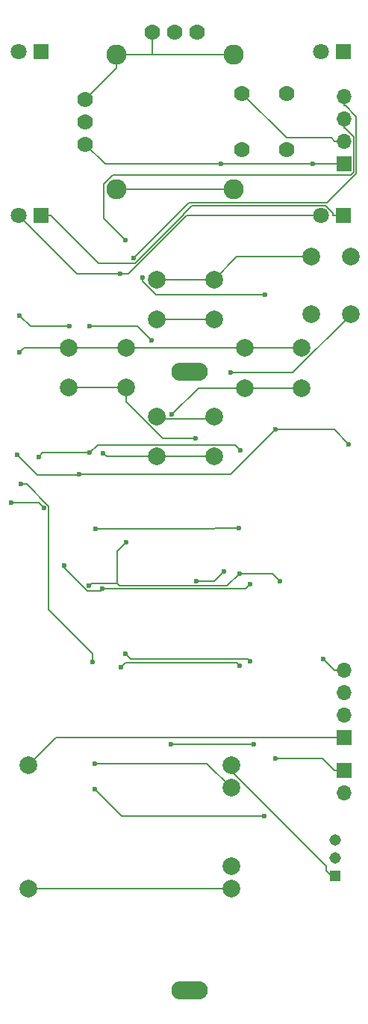
<source format=gbr>
%TF.GenerationSoftware,KiCad,Pcbnew,8.0.5*%
%TF.CreationDate,2026-01-06T21:14:37+02:00*%
%TF.ProjectId,scheme,73636865-6d65-42e6-9b69-6361645f7063,rev?*%
%TF.SameCoordinates,Original*%
%TF.FileFunction,Copper,L2,Bot*%
%TF.FilePolarity,Positive*%
%FSLAX46Y46*%
G04 Gerber Fmt 4.6, Leading zero omitted, Abs format (unit mm)*
G04 Created by KiCad (PCBNEW 8.0.5) date 2026-01-06 21:14:37*
%MOMM*%
%LPD*%
G01*
G04 APERTURE LIST*
%TA.AperFunction,ComponentPad*%
%ADD10O,4.140000X2.070000*%
%TD*%
%TA.AperFunction,ComponentPad*%
%ADD11R,1.800000X1.800000*%
%TD*%
%TA.AperFunction,ComponentPad*%
%ADD12C,1.800000*%
%TD*%
%TA.AperFunction,ComponentPad*%
%ADD13C,2.000000*%
%TD*%
%TA.AperFunction,ComponentPad*%
%ADD14C,1.778000*%
%TD*%
%TA.AperFunction,ComponentPad*%
%ADD15C,2.286000*%
%TD*%
%TA.AperFunction,ComponentPad*%
%ADD16R,1.700000X1.700000*%
%TD*%
%TA.AperFunction,ComponentPad*%
%ADD17O,1.700000X1.700000*%
%TD*%
%TA.AperFunction,ComponentPad*%
%ADD18R,1.308000X1.308000*%
%TD*%
%TA.AperFunction,ComponentPad*%
%ADD19C,1.308000*%
%TD*%
%TA.AperFunction,ViaPad*%
%ADD20C,0.600000*%
%TD*%
%TA.AperFunction,Conductor*%
%ADD21C,0.150000*%
%TD*%
G04 APERTURE END LIST*
D10*
%TO.P,BT1,-*%
%TO.N,Net-(TP4056-module1-b-)*%
X142300000Y-153100000D03*
%TO.P,BT1,+*%
%TO.N,/bt+*%
X142300000Y-83100000D03*
%TD*%
D11*
%TO.P,D1,1,K*%
%TO.N,Net-(D1-K)*%
X125400000Y-46800000D03*
D12*
%TO.P,D1,2,A*%
%TO.N,Net-(D1-A)*%
X122860000Y-46800000D03*
%TD*%
D13*
%TO.P,SW3,1,C*%
%TO.N,GND*%
X128550000Y-80350000D03*
X135050000Y-80350000D03*
%TO.P,SW3,2,D*%
%TO.N,/btnA*%
X128550000Y-84850000D03*
X135050000Y-84850000D03*
%TD*%
D14*
%TO.P,U1,B1A,B1A*%
%TO.N,/btn_103-530*%
X153318700Y-51575000D03*
%TO.P,U1,B1B,B1B*%
%TO.N,unconnected-(U1-PadB1B)*%
X153318700Y-57925000D03*
%TO.P,U1,B2A,B2A*%
%TO.N,GND*%
X148238700Y-51575000D03*
%TO.P,U1,B2B,B2B*%
%TO.N,unconnected-(U1-PadB2B)*%
X148238700Y-57925000D03*
%TO.P,U1,H1,H+*%
%TO.N,GND*%
X130458700Y-52210000D03*
%TO.P,U1,H2,H*%
%TO.N,/analog0*%
X130458700Y-54750000D03*
%TO.P,U1,H3,H-*%
%TO.N,+3.3V*%
X130458700Y-57290000D03*
D15*
%TO.P,U1,S1,SHIELD*%
%TO.N,GND*%
X147286200Y-47130000D03*
X133951200Y-47130000D03*
X147286200Y-62370000D03*
X133951200Y-62370000D03*
D14*
%TO.P,U1,V1,V+*%
%TO.N,+3.3V*%
X143158700Y-44590000D03*
%TO.P,U1,V2,V*%
%TO.N,/analog1*%
X140618700Y-44590000D03*
%TO.P,U1,V3,V-*%
%TO.N,GND*%
X138078700Y-44590000D03*
%TD*%
D11*
%TO.P,D4,1,K*%
%TO.N,Net-(D1-K)*%
X159675000Y-65400000D03*
D12*
%TO.P,D4,2,A*%
%TO.N,Net-(D1-A)*%
X157135000Y-65400000D03*
%TD*%
D16*
%TO.P,J1,1,Pin_1*%
%TO.N,Net-(J1-Pin_1)*%
X159800000Y-128225000D03*
D17*
%TO.P,J1,2,Pin_2*%
%TO.N,GND*%
X159800000Y-130765000D03*
%TD*%
D13*
%TO.P,SW2,1,C*%
%TO.N,Net-(SW4-C)*%
X138550000Y-88150000D03*
X145050000Y-88150000D03*
%TO.P,SW2,2,D*%
%TO.N,Net-(SW4-D)*%
X138550000Y-92650000D03*
X145050000Y-92650000D03*
%TD*%
D11*
%TO.P,D2,1,K*%
%TO.N,Net-(D1-K)*%
X159675000Y-46800000D03*
D12*
%TO.P,D2,2,A*%
%TO.N,Net-(D1-A)*%
X157135000Y-46800000D03*
%TD*%
D11*
%TO.P,D3,1,K*%
%TO.N,Net-(D1-K)*%
X125400000Y-65400000D03*
D12*
%TO.P,D3,2,A*%
%TO.N,Net-(D1-A)*%
X122860000Y-65400000D03*
%TD*%
D13*
%TO.P,TP1,1,dc+*%
%TO.N,+5C*%
X123995000Y-127605000D03*
%TO.P,TP1,2,dc-*%
%TO.N,GND*%
X123995000Y-141605000D03*
%TO.P,TP1,3,out+*%
%TO.N,Net-(TP4056-module1-out+)*%
X146995000Y-127605000D03*
%TO.P,TP1,4,out-*%
%TO.N,GND*%
X146995000Y-141605000D03*
%TO.P,TP1,5,b+*%
%TO.N,/bt+*%
X146995000Y-130145000D03*
%TO.P,TP1,6,b-*%
%TO.N,Net-(TP4056-module1-b-)*%
X146995000Y-139065000D03*
%TD*%
%TO.P,SW4,1,C*%
%TO.N,GND*%
X148500000Y-80400000D03*
X155000000Y-80400000D03*
%TO.P,SW4,2,D*%
%TO.N,/btnY*%
X148500000Y-84900000D03*
X155000000Y-84900000D03*
%TD*%
%TO.P,SW1,1,C*%
%TO.N,GND*%
X138550000Y-72650000D03*
X145050000Y-72650000D03*
%TO.P,SW1,2,D*%
%TO.N,/btnX*%
X138550000Y-77150000D03*
X145050000Y-77150000D03*
%TD*%
D18*
%TO.P,S1,1,1*%
%TO.N,Net-(TP4056-module1-out+)*%
X158800000Y-140100000D03*
D19*
%TO.P,S1,2,2*%
%TO.N,+4.2V*%
X158800000Y-138100000D03*
%TO.P,S1,3,3*%
%TO.N,unconnected-(S1-Pad3)*%
X158800000Y-136100000D03*
%TD*%
D16*
%TO.P,J2,1,Pin_1*%
%TO.N,+3.3V*%
X159800000Y-59500000D03*
D17*
%TO.P,J2,2,Pin_2*%
%TO.N,GND*%
X159800000Y-56960000D03*
%TO.P,J2,3,Pin_3*%
%TO.N,/SCL*%
X159800000Y-54420000D03*
%TO.P,J2,4,Pin_4*%
%TO.N,/SDA*%
X159800000Y-51880000D03*
%TD*%
D16*
%TO.P,prog1,1,Pin_1*%
%TO.N,+5C*%
X159800000Y-124500000D03*
D17*
%TO.P,prog1,2,Pin_2*%
%TO.N,GND*%
X159800000Y-121960000D03*
%TO.P,prog1,3,Pin_3*%
%TO.N,/tx-out*%
X159800000Y-119420000D03*
%TO.P,prog1,4,Pin_4*%
%TO.N,/rx-out*%
X159800000Y-116880000D03*
%TD*%
D13*
%TO.P,SW5,1,C*%
%TO.N,GND*%
X156050000Y-70050000D03*
X156050000Y-76550000D03*
%TO.P,SW5,2,D*%
%TO.N,/btnB*%
X160550000Y-70050000D03*
X160550000Y-76550000D03*
%TD*%
D20*
%TO.N,Net-(U2-ADC)*%
X134500000Y-116500000D03*
X147973800Y-116376800D03*
%TO.N,Net-(SW4-D)*%
X132466700Y-92272800D03*
%TO.N,Net-(U7-SDO{slash}AD0)*%
X123120600Y-95765700D03*
X131250000Y-115925900D03*
%TO.N,Net-(U2-EN)*%
X131580500Y-100867000D03*
X147821800Y-100750000D03*
%TO.N,/led-output*%
X130956000Y-77932400D03*
X137931300Y-79544400D03*
%TO.N,Net-(Q1-B)*%
X128621000Y-77932400D03*
X122990800Y-76683000D03*
%TO.N,/SDA_1.8*%
X148009900Y-91925000D03*
X125168500Y-92702300D03*
X130956000Y-92250000D03*
%TO.N,/SCL_1.8*%
X149149300Y-107150200D03*
X132402700Y-107659800D03*
X128041600Y-105000000D03*
%TO.N,+1.8V*%
X152050400Y-89621900D03*
X160294200Y-91241100D03*
X122750700Y-92500000D03*
X129750000Y-94698200D03*
%TO.N,+4.2V*%
X131550300Y-130338000D03*
X150707000Y-133369900D03*
%TO.N,Net-(D1-A)*%
X134421800Y-72009900D03*
%TO.N,/btnB*%
X146896300Y-83184400D03*
%TO.N,/btnY*%
X140251800Y-87898800D03*
%TO.N,/btn_103-530*%
X146211600Y-105649300D03*
X143036300Y-106761200D03*
%TO.N,/btnA*%
X142981400Y-90624200D03*
%TO.N,/SDA*%
X147915400Y-105897300D03*
X135098500Y-102348500D03*
X135930100Y-70208200D03*
X152512400Y-106761200D03*
X130851700Y-107285600D03*
%TO.N,/SCL*%
X135000000Y-115000000D03*
X149131900Y-115813000D03*
X134961800Y-68145000D03*
X136965200Y-72405400D03*
X150786200Y-74343100D03*
%TO.N,Net-(J1-Pin_1)*%
X151975000Y-126837500D03*
%TO.N,/bt+*%
X131550300Y-127390900D03*
%TO.N,/rx-out*%
X157393800Y-115602500D03*
%TO.N,GND*%
X125732100Y-98488700D03*
X122065300Y-97919900D03*
X122990800Y-80880700D03*
%TO.N,+3.3V*%
X156250000Y-59500000D03*
X145800200Y-59500000D03*
X149545000Y-125246200D03*
X140164800Y-125259200D03*
%TD*%
D21*
%TO.N,Net-(U7-SDO{slash}AD0)*%
X123776200Y-95765700D02*
X123120600Y-95765700D01*
X126305400Y-98294900D02*
X123776200Y-95765700D01*
X126305400Y-110016100D02*
X126305400Y-98294900D01*
X131250000Y-114960700D02*
X126305400Y-110016100D01*
X131250000Y-115925900D02*
X131250000Y-114960700D01*
%TO.N,/SCL*%
X148921400Y-115602500D02*
X149131900Y-115813000D01*
X135000000Y-115000000D02*
X135602500Y-115602500D01*
X135602500Y-115602500D02*
X148921400Y-115602500D01*
%TO.N,Net-(U2-ADC)*%
X147612300Y-116015300D02*
X147973800Y-116376800D01*
X134984700Y-116015300D02*
X147612300Y-116015300D01*
X134500000Y-116500000D02*
X134984700Y-116015300D01*
%TO.N,/SDA*%
X131142800Y-106994500D02*
X134046200Y-106994500D01*
X130851700Y-107285600D02*
X131142800Y-106994500D01*
%TO.N,/SCL_1.8*%
X148639700Y-107659800D02*
X149149300Y-107150200D01*
X132402700Y-107659800D02*
X148639700Y-107659800D01*
X130705637Y-107882000D02*
X128041600Y-105217963D01*
X132180500Y-107882000D02*
X130705637Y-107882000D01*
X132402700Y-107659800D02*
X132180500Y-107882000D01*
X128041600Y-105217963D02*
X128041600Y-105000000D01*
%TO.N,/SDA*%
X134046200Y-106994500D02*
X134046200Y-103400800D01*
X134046200Y-103400800D02*
X135098500Y-102348500D01*
%TO.N,+3.3V*%
X156250000Y-59500000D02*
X159800000Y-59500000D01*
X145800200Y-59500000D02*
X156250000Y-59500000D01*
%TO.N,+1.8V*%
X146974100Y-94698200D02*
X152050400Y-89621900D01*
X124967200Y-94716500D02*
X122750700Y-92500000D01*
X129731700Y-94716500D02*
X124967200Y-94716500D01*
X129750000Y-94698200D02*
X146974100Y-94698200D01*
X129750000Y-94698200D02*
X129731700Y-94716500D01*
%TO.N,Net-(U2-EN)*%
X145045100Y-100867000D02*
X131580500Y-100867000D01*
X145162100Y-100750000D02*
X145045100Y-100867000D01*
X147821800Y-100750000D02*
X145162100Y-100750000D01*
%TO.N,Net-(TP4056-module1-out+)*%
X157750000Y-139500000D02*
X158350000Y-140100000D01*
X157750000Y-139000000D02*
X157750000Y-139500000D01*
X158350000Y-140100000D02*
X158800000Y-140100000D01*
X146995000Y-128245000D02*
X157750000Y-139000000D01*
X146995000Y-127605000D02*
X146995000Y-128245000D01*
%TO.N,Net-(SW4-D)*%
X145050000Y-92650000D02*
X138550000Y-92650000D01*
X132843900Y-92650000D02*
X138550000Y-92650000D01*
X132466700Y-92272800D02*
X132843900Y-92650000D01*
%TO.N,Net-(SW4-C)*%
X144774500Y-88425500D02*
X145050000Y-88150000D01*
X138825500Y-88425500D02*
X144774500Y-88425500D01*
X138550000Y-88150000D02*
X138825500Y-88425500D01*
%TO.N,/led-output*%
X136319300Y-77932400D02*
X137931300Y-79544400D01*
X130956000Y-77932400D02*
X136319300Y-77932400D01*
%TO.N,Net-(Q1-B)*%
X124240200Y-77932400D02*
X122990800Y-76683000D01*
X128621000Y-77932400D02*
X124240200Y-77932400D01*
%TO.N,/SDA_1.8*%
X131834300Y-91371700D02*
X130956000Y-92250000D01*
X147456600Y-91371700D02*
X131834300Y-91371700D01*
X148009900Y-91925000D02*
X147456600Y-91371700D01*
X125620800Y-92250000D02*
X125168500Y-92702300D01*
X130956000Y-92250000D02*
X125620800Y-92250000D01*
%TO.N,+1.8V*%
X158675000Y-89621900D02*
X152050400Y-89621900D01*
X160294200Y-91241100D02*
X158675000Y-89621900D01*
%TO.N,+4.2V*%
X134582200Y-133369900D02*
X150707000Y-133369900D01*
X131550300Y-130338000D02*
X134582200Y-133369900D01*
%TO.N,Net-(D1-A)*%
X129469900Y-72009900D02*
X122860000Y-65400000D01*
X134421800Y-72009900D02*
X129469900Y-72009900D01*
X157133500Y-65401500D02*
X157135000Y-65400000D01*
X141908300Y-65401500D02*
X157133500Y-65401500D01*
X141908300Y-65401600D02*
X141908300Y-65401500D01*
X135300000Y-72009900D02*
X141908300Y-65401600D01*
X134421800Y-72009900D02*
X135300000Y-72009900D01*
%TO.N,/btnX*%
X138550000Y-77150000D02*
X145050000Y-77150000D01*
%TO.N,/btnB*%
X153995300Y-83184400D02*
X146896300Y-83184400D01*
X160550000Y-76629700D02*
X153995300Y-83184400D01*
X160550000Y-76550000D02*
X160550000Y-76629700D01*
%TO.N,/btnY*%
X155000000Y-84900000D02*
X148500000Y-84900000D01*
X143250600Y-84900000D02*
X148500000Y-84900000D01*
X140251800Y-87898800D02*
X143250600Y-84900000D01*
%TO.N,/btn_103-530*%
X145099700Y-106761200D02*
X143036300Y-106761200D01*
X146211600Y-105649300D02*
X145099700Y-106761200D01*
%TO.N,/btnA*%
X135050000Y-84850000D02*
X128550000Y-84850000D01*
X139239800Y-90624200D02*
X142981400Y-90624200D01*
X135050000Y-86434400D02*
X139239800Y-90624200D01*
X135050000Y-84850000D02*
X135050000Y-86434400D01*
%TO.N,/SDA*%
X159800000Y-51880000D02*
X159800000Y-52956700D01*
X151648500Y-105897300D02*
X152512400Y-106761200D01*
X147915400Y-105897300D02*
X151648500Y-105897300D01*
X146507900Y-107304800D02*
X147915400Y-105897300D01*
X134356500Y-107304800D02*
X146507900Y-107304800D01*
X134046200Y-106994500D02*
X134356500Y-107304800D01*
X159934700Y-52956700D02*
X159800000Y-52956700D01*
X161192000Y-54214000D02*
X159934700Y-52956700D01*
X161192000Y-60626200D02*
X161192000Y-54214000D01*
X157846600Y-63971600D02*
X161192000Y-60626200D01*
X142166700Y-63971600D02*
X157846600Y-63971600D01*
X135930100Y-70208200D02*
X142166700Y-63971600D01*
%TO.N,/SCL*%
X132569100Y-65752300D02*
X134961800Y-68145000D01*
X132569100Y-61780400D02*
X132569100Y-65752300D01*
X133528500Y-60821000D02*
X132569100Y-61780400D01*
X160570500Y-60821000D02*
X133528500Y-60821000D01*
X160890300Y-60501200D02*
X160570500Y-60821000D01*
X160890300Y-56513300D02*
X160890300Y-60501200D01*
X159873700Y-55496700D02*
X160890300Y-56513300D01*
X159800000Y-55496700D02*
X159873700Y-55496700D01*
X159800000Y-54420000D02*
X159800000Y-55496700D01*
X138498000Y-74343100D02*
X150786200Y-74343100D01*
X136965200Y-72810300D02*
X138498000Y-74343100D01*
X136965200Y-72405400D02*
X136965200Y-72810300D01*
X136965200Y-72405400D02*
X136965200Y-72810300D01*
X136965200Y-72810300D02*
X136965200Y-72405400D01*
%TO.N,Net-(J1-Pin_1)*%
X157335800Y-126837500D02*
X158723300Y-128225000D01*
X151975000Y-126837500D02*
X157335800Y-126837500D01*
X159800000Y-128225000D02*
X158723300Y-128225000D01*
%TO.N,/bt+*%
X144240900Y-127390900D02*
X146995000Y-130145000D01*
X131550300Y-127390900D02*
X144240900Y-127390900D01*
%TO.N,/rx-out*%
X158671300Y-116880000D02*
X157393800Y-115602500D01*
X159800000Y-116880000D02*
X158671300Y-116880000D01*
%TO.N,Net-(D1-K)*%
X158548300Y-65118200D02*
X158548300Y-65400000D01*
X157703400Y-64273300D02*
X158548300Y-65118200D01*
X142503800Y-64273300D02*
X157703400Y-64273300D01*
X141571300Y-65205800D02*
X142503800Y-64273300D01*
X141571300Y-65311900D02*
X141571300Y-65205800D01*
X136085900Y-70797300D02*
X141571300Y-65311900D01*
X131924000Y-70797300D02*
X136085900Y-70797300D01*
X126526700Y-65400000D02*
X131924000Y-70797300D01*
X125400000Y-65400000D02*
X126526700Y-65400000D01*
X159675000Y-65400000D02*
X158548300Y-65400000D01*
%TO.N,+5C*%
X127100000Y-124500000D02*
X123995000Y-127605000D01*
X159800000Y-124500000D02*
X127100000Y-124500000D01*
%TO.N,GND*%
X138078700Y-47130000D02*
X138078700Y-44590000D01*
X138078700Y-47130000D02*
X147286200Y-47130000D01*
X133951200Y-47130000D02*
X138078700Y-47130000D01*
X133951200Y-48717500D02*
X130458700Y-52210000D01*
X133951200Y-47130000D02*
X133951200Y-48717500D01*
X146995000Y-141605000D02*
X123995000Y-141605000D01*
X133951200Y-62370000D02*
X147286200Y-62370000D01*
X159800000Y-56960000D02*
X158723300Y-56960000D01*
X138550000Y-72650000D02*
X145050000Y-72650000D01*
X147650000Y-70050000D02*
X156050000Y-70050000D01*
X145050000Y-72650000D02*
X147650000Y-70050000D01*
X155000000Y-80400000D02*
X148500000Y-80400000D01*
X135100000Y-80400000D02*
X135050000Y-80350000D01*
X148500000Y-80400000D02*
X135100000Y-80400000D01*
X158361800Y-56598500D02*
X158723300Y-56960000D01*
X153262200Y-56598500D02*
X158361800Y-56598500D01*
X148238700Y-51575000D02*
X153262200Y-56598500D01*
X125163300Y-97919900D02*
X122065300Y-97919900D01*
X125732100Y-98488700D02*
X125163300Y-97919900D01*
X135050000Y-80350000D02*
X128550000Y-80350000D01*
X123521500Y-80350000D02*
X122990800Y-80880700D01*
X128550000Y-80350000D02*
X123521500Y-80350000D01*
%TO.N,+3.3V*%
X132668700Y-59500000D02*
X145800200Y-59500000D01*
X130458700Y-57290000D02*
X132668700Y-59500000D01*
X140177800Y-125246200D02*
X140164800Y-125259200D01*
X149545000Y-125246200D02*
X140177800Y-125246200D01*
%TD*%
M02*

</source>
